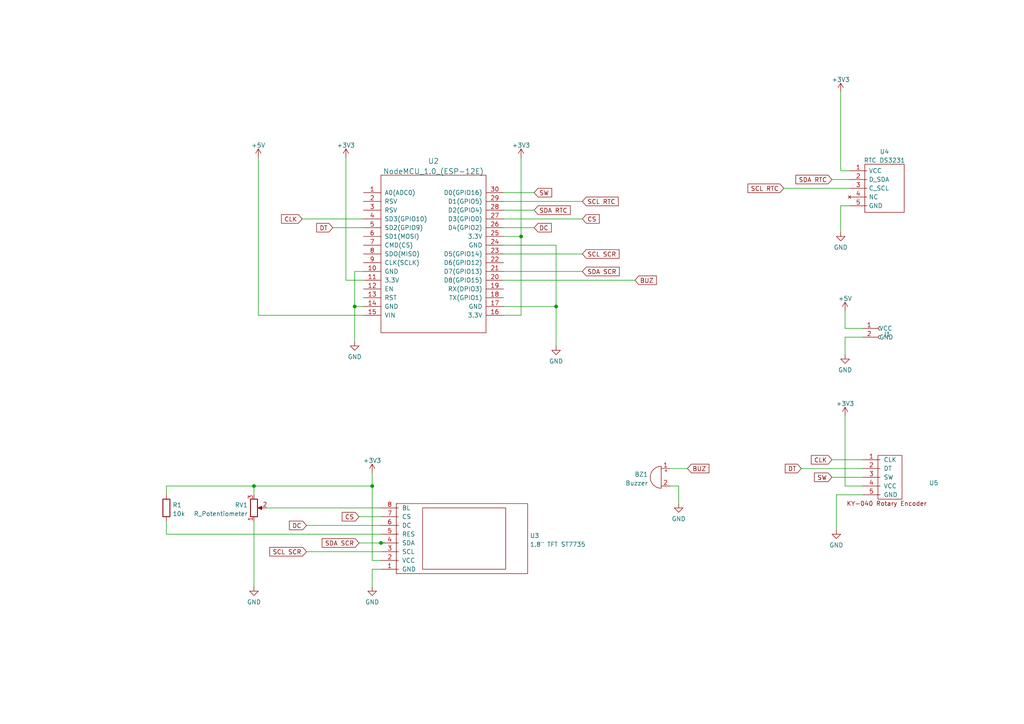
<source format=kicad_sch>
(kicad_sch (version 20211123) (generator eeschema)
  (paper "A4")
  (lib_symbols
    (symbol "Device:Buzzer" (pin_names (offset 0.0254) hide)
      (property "Reference" "BZ" (at 3.81 1.27 0))
      (property "Value" "Buzzer" (at 3.81 -1.27 0))
      (symbol "Buzzer_0_1"
        (arc (start 0 -3.175) (mid 3.175 0) (end 0 3.175))
        (polyline (pts (xy -1.651 1.905) (xy -1.143 1.905)))
        (polyline (pts (xy -1.397 2.159) (xy -1.397 1.651)))
        (polyline (pts (xy 0 3.175) (xy 0 -3.175)))
      )
      (symbol "Buzzer_1_1"
        (pin passive line (at -2.54 2.54 0) (length 2.54) (name "-") (number "1"))
        (pin passive line (at -2.54 -2.54 0) (length 2.54) (name "+") (number "2"))
      )
    )
    (symbol "Device:R" (pin_numbers hide) (pin_names (offset 0))
      (property "Reference" "R" (at 2.032 0 90))
      (property "Value" "R" (at 0 0 90))
      (symbol "R_0_1"
        (rectangle (start -1.016 -2.54) (end 1.016 2.54) (stroke (width 0.254)))
      )
      (symbol "R_1_1"
        (pin passive line (at 0 3.81 270) (length 1.27) (name "~") (number "1"))
        (pin passive line (at 0 -3.81 90) (length 1.27) (name "~") (number "2"))
      )
    )
    (symbol "Device:R_Potentiometer" (pin_names (offset 1.016) hide)
      (property "Reference" "RV" (at -4.445 0 90))
      (property "Value" "R_Potentiometer" (at -2.54 0 90))
      (symbol "R_Potentiometer_0_1"
        (polyline (pts (xy 2.54 0) (xy 1.524 0)))
        (polyline (pts (xy 1.143 0) (xy 2.286 0.508) (xy 2.286 -0.508) (xy 1.143 0)) (fill (type outline)))
        (rectangle (start 1.016 2.54) (end -1.016 -2.54) (stroke (width 0.254)))
      )
      (symbol "R_Potentiometer_1_1"
        (pin passive line (at 0 3.81 270) (length 1.27) (name "1") (number "1"))
        (pin passive line (at 3.81 0 180) (length 1.27) (name "2") (number "2"))
        (pin passive line (at 0 -3.81 90) (length 1.27) (name "3") (number "3"))
      )
    )
    (symbol "My_ESP8266:NodeMCU_1.0_(ESP-12E)" (pin_names (offset 1.016))
      (property "Reference" "U" (at 0 21.59 0))
      (property "Value" "NodeMCU_1.0_(ESP-12E)" (at 0 -21.59 0))
      (symbol "NodeMCU_1.0_(ESP-12E)_0_1"
        (rectangle (start -15.24 -22.86) (end 15.24 22.86))
      )
      (symbol "NodeMCU_1.0_(ESP-12E)_1_1"
        (pin input line (at -20.32 17.78 0) (length 5.08) (name "A0(ADC0)") (number "1"))
        (pin input line (at -20.32 -5.08 0) (length 5.08) (name "GND") (number "10"))
        (pin power_out line (at -20.32 -7.62 0) (length 5.08) (name "3.3V") (number "11"))
        (pin input line (at -20.32 -10.16 0) (length 5.08) (name "EN") (number "12"))
        (pin input line (at -20.32 -12.7 0) (length 5.08) (name "RST") (number "13"))
        (pin power_in line (at -20.32 -15.24 0) (length 5.08) (name "GND") (number "14"))
        (pin power_in line (at -20.32 -17.78 0) (length 5.08) (name "VIN") (number "15"))
        (pin power_out line (at 20.32 -17.78 180) (length 5.08) (name "3.3V") (number "16"))
        (pin power_in line (at 20.32 -15.24 180) (length 5.08) (name "GND") (number "17"))
        (pin bidirectional line (at 20.32 -12.7 180) (length 5.08) (name "TX(GPIO1)") (number "18"))
        (pin bidirectional line (at 20.32 -10.16 180) (length 5.08) (name "RX(DPIO3)") (number "19"))
        (pin input line (at -20.32 15.24 0) (length 5.08) (name "RSV") (number "2"))
        (pin bidirectional line (at 20.32 -7.62 180) (length 5.08) (name "D8(GPIO15)") (number "20"))
        (pin bidirectional line (at 20.32 -5.08 180) (length 5.08) (name "D7(GPIO13)") (number "21"))
        (pin bidirectional line (at 20.32 -2.54 180) (length 5.08) (name "D6(GPIO12)") (number "22"))
        (pin bidirectional line (at 20.32 0 180) (length 5.08) (name "D5(GPIO14)") (number "23"))
        (pin power_in line (at 20.32 2.54 180) (length 5.08) (name "GND") (number "24"))
        (pin power_out line (at 20.32 5.08 180) (length 5.08) (name "3.3V") (number "25"))
        (pin bidirectional line (at 20.32 7.62 180) (length 5.08) (name "D4(GPIO2)") (number "26"))
        (pin bidirectional line (at 20.32 10.16 180) (length 5.08) (name "D3(GPIO0)") (number "27"))
        (pin bidirectional line (at 20.32 12.7 180) (length 5.08) (name "D2(GPIO4)") (number "28"))
        (pin bidirectional line (at 20.32 15.24 180) (length 5.08) (name "D1(GPIO5)") (number "29"))
        (pin input line (at -20.32 12.7 0) (length 5.08) (name "RSV") (number "3"))
        (pin bidirectional line (at 20.32 17.78 180) (length 5.08) (name "D0(GPIO16)") (number "30"))
        (pin bidirectional line (at -20.32 10.16 0) (length 5.08) (name "SD3(GPIO10)") (number "4"))
        (pin bidirectional line (at -20.32 7.62 0) (length 5.08) (name "SD2(GPIO9)") (number "5"))
        (pin bidirectional line (at -20.32 5.08 0) (length 5.08) (name "SD1(MOSI)") (number "6"))
        (pin bidirectional line (at -20.32 2.54 0) (length 5.08) (name "CMD(CS)") (number "7"))
        (pin bidirectional line (at -20.32 0 0) (length 5.08) (name "SDO(MISO)") (number "8"))
        (pin bidirectional line (at -20.32 -2.54 0) (length 5.08) (name "CLK(SCLK)") (number "9"))
      )
    )
    (symbol "My_Headers:2-pin_power_input_header" (pin_names (offset 1.016))
      (property "Reference" "J" (at 0 2.54 0))
      (symbol "2-pin_power_input_header_1_1"
        (arc (start 0 -2.032) (mid -0.508 -2.54) (end 0 -3.048) (stroke (width 0.1524)))
        (polyline (pts (xy -1.27 -2.54) (xy -0.508 -2.54)) (stroke (width 0.1524)))
        (polyline (pts (xy -1.27 0) (xy -0.508 0)) (stroke (width 0.1524)))
        (arc (start 0 0.508) (mid -0.508 0) (end 0 -0.508) (stroke (width 0.1524)))
        (pin power_out line (at -5.08 0 0) (length 3.81) (name "VCC") (number "1"))
        (pin power_out line (at -5.08 -2.54 0) (length 3.81) (name "GND") (number "2"))
      )
    )
    (symbol "My_Parts:DS3231_RTC_module"
      (property "Reference" "U" (at 5.715 3.175 0))
      (property "Value" "DS3231_RTC_module" (at 8.89 -13.335 0))
      (symbol "DS3231_RTC_module_0_1"
        (polyline (pts (xy 4.445 1.905) (xy 4.445 -12.065) (xy 15.875 -12.065) (xy 15.875 1.905) (xy 4.445 1.905)) (stroke (width 0.1524)))
      )
      (symbol "DS3231_RTC_module_1_1"
        (pin power_in line (at 0 -10.16 0) (length 5.08) (name "VCC") (number "1"))
        (pin bidirectional line (at 0 -7.62 0) (length 5.08) (name "D_SDA") (number "2"))
        (pin bidirectional line (at 0 -5.08 0) (length 5.08) (name "C_SCL") (number "3"))
        (pin no_connect line (at 0 -2.54 0) (length 5.08) (name "NC") (number "4"))
        (pin power_in line (at 0 0 0) (length 5.08) (name "GND") (number "5"))
      )
    )
    (symbol "My_Parts:KY-040_Rotary_Encoder" (pin_names (offset 1.016))
      (property "Reference" "U" (at 0.635 2.54 0))
      (symbol "KY-040_Rotary_Encoder_0_0"
        (text "KY-040 Rotary Encoder" (at 1.905 -12.7 0) (effects (font (size 1.27 1.27))))
      )
      (symbol "KY-040_Rotary_Encoder_0_1"
        (rectangle (start -0.635 -11.43) (end 6.35 1.27))
      )
      (symbol "KY-040_Rotary_Encoder_1_1"
        (pin output line (at -5.08 0 0) (length 5.08) (name "CLK") (number "1"))
        (pin output line (at -5.08 -2.54 0) (length 5.08) (name "DT") (number "2"))
        (pin output line (at -5.08 -5.08 0) (length 5.08) (name "SW") (number "3"))
        (pin power_in line (at -5.08 -7.62 0) (length 5.08) (name "VCC") (number "4"))
        (pin power_in line (at -5.08 -10.16 0) (length 5.08) (name "GND") (number "5"))
      )
    )
    (symbol "My_Parts:ST7735_1.8{dblquote}_TFT_128x160" (pin_names (offset 1.016))
      (property "Reference" "U" (at 6.35 3.175 0))
      (property "Value" "ST7735_1.8{dblquote}_TFT_128x160" (at 24.13 -20.955 0))
      (symbol "ST7735_1.8{dblquote}_TFT_128x160_0_1"
        (rectangle (start 4.445 1.27) (end 42.545 -19.05))
        (rectangle (start 12.065 0) (end 36.195 -17.78))
      )
      (symbol "ST7735_1.8{dblquote}_TFT_128x160_1_1"
        (pin power_in line (at 0 -17.78 0) (length 5.08) (name "GND") (number "1"))
        (pin power_in line (at 0 -15.24 0) (length 5.08) (name "VCC") (number "2"))
        (pin input line (at 0 -12.7 0) (length 5.08) (name "SCL") (number "3"))
        (pin input line (at 0 -10.16 0) (length 5.08) (name "SDA") (number "4"))
        (pin input line (at 0 -7.62 0) (length 5.08) (name "RES") (number "5"))
        (pin input line (at 0 -5.08 0) (length 5.08) (name "DC") (number "6"))
        (pin input line (at 0 -2.54 0) (length 5.08) (name "CS") (number "7"))
        (pin input line (at 0 0 0) (length 5.08) (name "BL") (number "8"))
      )
    )
    (symbol "power:+3.3V" (power) (pin_names (offset 0))
      (property "Value" "+3.3V" (at 0 3.556 0))
      (symbol "+3.3V_0_1"
        (polyline (pts (xy -0.762 1.27) (xy 0 2.54)))
        (polyline (pts (xy 0 0) (xy 0 2.54)))
        (polyline (pts (xy 0 2.54) (xy 0.762 1.27)))
      )
      (symbol "+3.3V_1_1"
        (pin power_in line (at 0 0 90) (length 0) hide (name "+3V3") (number "1"))
      )
    )
    (symbol "power:+5V" (power) (pin_names (offset 0))
      (property "Value" "+5V" (at 0 3.556 0))
      (symbol "+5V_0_1"
        (polyline (pts (xy -0.762 1.27) (xy 0 2.54)))
        (polyline (pts (xy 0 0) (xy 0 2.54)))
        (polyline (pts (xy 0 2.54) (xy 0.762 1.27)))
      )
      (symbol "+5V_1_1"
        (pin power_in line (at 0 0 90) (length 0) hide (name "+5V") (number "1"))
      )
    )
    (symbol "power:GND" (power) (pin_names (offset 0))
      (property "Value" "GND" (at 0 -3.81 0))
      (symbol "GND_0_1"
        (polyline (pts (xy 0 0) (xy 0 -1.27) (xy 1.27 -1.27) (xy 0 -2.54) (xy -1.27 -1.27) (xy 0 -1.27)))
      )
      (symbol "GND_1_1"
        (pin power_in line (at 0 0 270) (length 0) hide (name "GND") (number "1"))
      )
    )
  )
  (junction (at 107.95 140.97))
  (junction (at 73.66 140.97))
  (junction (at 161.29 88.9))
  (junction (at 102.87 88.9))
  (junction (at 110.49 157.48))
  (junction (at 151.13 68.58))
  (wire (pts (xy 146.05 71.12) (xy 161.29 71.12)))
  (wire (pts (xy 250.19 95.25) (xy 245.11 95.25)))
  (wire (pts (xy 250.19 97.79) (xy 245.11 97.79)))
  (wire (pts (xy 100.33 81.28) (xy 100.33 45.72)))
  (wire (pts (xy 196.85 140.97) (xy 194.31 140.97)))
  (wire (pts (xy 146.05 88.9) (xy 161.29 88.9)))
  (wire (pts (xy 105.41 91.44) (xy 74.93 91.44)))
  (wire (pts (xy 241.3 138.43) (xy 250.19 138.43)))
  (wire (pts (xy 196.85 146.05) (xy 196.85 140.97)))
  (wire (pts (xy 241.3 133.35) (xy 250.19 133.35)))
  (wire (pts (xy 104.14 149.86) (xy 110.49 149.86)))
  (wire (pts (xy 243.84 49.53) (xy 243.84 26.67)))
  (wire (pts (xy 88.9 152.4) (xy 110.49 152.4)))
  (wire (pts (xy 146.05 55.88) (xy 154.94 55.88)))
  (wire (pts (xy 48.26 154.94) (xy 110.49 154.94)))
  (wire (pts (xy 250.19 143.51) (xy 242.57 143.51)))
  (wire (pts (xy 96.52 66.04) (xy 105.41 66.04)))
  (wire (pts (xy 146.05 63.5) (xy 168.91 63.5)))
  (wire (pts (xy 48.26 143.51) (xy 48.26 140.97)))
  (wire (pts (xy 102.87 88.9) (xy 105.41 88.9)))
  (wire (pts (xy 250.19 140.97) (xy 245.11 140.97)))
  (wire (pts (xy 104.14 157.48) (xy 110.49 157.48)))
  (wire (pts (xy 107.95 165.1) (xy 107.95 170.18)))
  (wire (pts (xy 110.49 157.48) (xy 111.76 157.48)))
  (wire (pts (xy 110.49 165.1) (xy 107.95 165.1)))
  (wire (pts (xy 73.66 143.51) (xy 73.66 140.97)))
  (wire (pts (xy 243.84 67.31) (xy 243.84 59.69)))
  (wire (pts (xy 146.05 68.58) (xy 151.13 68.58)))
  (wire (pts (xy 73.66 151.13) (xy 73.66 170.18)))
  (wire (pts (xy 107.95 140.97) (xy 107.95 137.16)))
  (wire (pts (xy 227.33 54.61) (xy 246.38 54.61)))
  (wire (pts (xy 146.05 78.74) (xy 168.91 78.74)))
  (wire (pts (xy 87.63 63.5) (xy 105.41 63.5)))
  (wire (pts (xy 146.05 73.66) (xy 168.91 73.66)))
  (wire (pts (xy 146.05 58.42) (xy 168.91 58.42)))
  (wire (pts (xy 161.29 71.12) (xy 161.29 88.9)))
  (wire (pts (xy 107.95 162.56) (xy 107.95 140.97)))
  (wire (pts (xy 73.66 140.97) (xy 107.95 140.97)))
  (wire (pts (xy 146.05 66.04) (xy 154.94 66.04)))
  (wire (pts (xy 102.87 78.74) (xy 102.87 88.9)))
  (wire (pts (xy 245.11 97.79) (xy 245.11 102.87)))
  (wire (pts (xy 146.05 81.28) (xy 184.15 81.28)))
  (wire (pts (xy 161.29 88.9) (xy 161.29 100.33)))
  (wire (pts (xy 241.3 52.07) (xy 246.38 52.07)))
  (wire (pts (xy 110.49 162.56) (xy 107.95 162.56)))
  (wire (pts (xy 242.57 143.51) (xy 242.57 153.67)))
  (wire (pts (xy 194.31 135.89) (xy 199.39 135.89)))
  (wire (pts (xy 105.41 78.74) (xy 102.87 78.74)))
  (wire (pts (xy 245.11 95.25) (xy 245.11 90.17)))
  (wire (pts (xy 146.05 60.96) (xy 154.94 60.96)))
  (wire (pts (xy 146.05 91.44) (xy 151.13 91.44)))
  (wire (pts (xy 77.47 147.32) (xy 110.49 147.32)))
  (wire (pts (xy 105.41 81.28) (xy 100.33 81.28)))
  (wire (pts (xy 232.41 135.89) (xy 250.19 135.89)))
  (wire (pts (xy 74.93 45.72) (xy 74.93 91.44)))
  (wire (pts (xy 245.11 140.97) (xy 245.11 120.65)))
  (wire (pts (xy 151.13 68.58) (xy 151.13 45.72)))
  (wire (pts (xy 151.13 91.44) (xy 151.13 68.58)))
  (wire (pts (xy 243.84 59.69) (xy 246.38 59.69)))
  (wire (pts (xy 48.26 154.94) (xy 48.26 151.13)))
  (wire (pts (xy 48.26 140.97) (xy 73.66 140.97)))
  (wire (pts (xy 102.87 99.06) (xy 102.87 88.9)))
  (wire (pts (xy 243.84 49.53) (xy 246.38 49.53)))
  (wire (pts (xy 88.9 160.02) (xy 110.49 160.02)))
  (global_label "DC" (shape input) (at 88.9 152.4 180) (property "Intersheet References" "${INTERSHEET_REFS}" (effects hide)))
  (global_label "DT" (shape input) (at 232.41 135.89 180) (property "Intersheet References" "${INTERSHEET_REFS}" (effects hide)))
  (global_label "SCL SCR" (shape input) (at 168.91 73.66 0) (property "Intersheet References" "${INTERSHEET_REFS}" (effects hide)))
  (global_label "SDA SCR" (shape input) (at 104.14 157.48 180) (property "Intersheet References" "${INTERSHEET_REFS}" (effects hide)))
  (global_label "SDA SCR" (shape input) (at 168.91 78.74 0) (property "Intersheet References" "${INTERSHEET_REFS}" (effects hide)))
  (global_label "SW" (shape input) (at 241.3 138.43 180) (property "Intersheet References" "${INTERSHEET_REFS}" (effects hide)))
  (global_label "BUZ" (shape input) (at 184.15 81.28 0) (property "Intersheet References" "${INTERSHEET_REFS}" (effects hide)))
  (global_label "CLK" (shape input) (at 87.63 63.5 180) (property "Intersheet References" "${INTERSHEET_REFS}" (effects hide)))
  (global_label "BUZ" (shape input) (at 199.39 135.89 0) (property "Intersheet References" "${INTERSHEET_REFS}" (effects hide)))
  (global_label "CS" (shape input) (at 104.14 149.86 180) (property "Intersheet References" "${INTERSHEET_REFS}" (effects hide)))
  (global_label "SCL RTC" (shape input) (at 227.33 54.61 180) (property "Intersheet References" "${INTERSHEET_REFS}" (effects hide)))
  (global_label "DT" (shape input) (at 96.52 66.04 180) (property "Intersheet References" "${INTERSHEET_REFS}" (effects hide)))
  (global_label "CS" (shape input) (at 168.91 63.5 0) (property "Intersheet References" "${INTERSHEET_REFS}" (effects hide)))
  (global_label "SCL SCR" (shape input) (at 88.9 160.02 180) (property "Intersheet References" "${INTERSHEET_REFS}" (effects hide)))
  (global_label "SCL RTC" (shape input) (at 168.91 58.42 0) (property "Intersheet References" "${INTERSHEET_REFS}" (effects hide)))
  (global_label "CLK" (shape input) (at 241.3 133.35 180) (property "Intersheet References" "${INTERSHEET_REFS}" (effects hide)))
  (global_label "DC" (shape input) (at 154.94 66.04 0) (property "Intersheet References" "${INTERSHEET_REFS}" (effects hide)))
  (global_label "SW" (shape input) (at 154.94 55.88 0) (property "Intersheet References" "${INTERSHEET_REFS}" (effects hide)))
  (global_label "SDA RTC" (shape input) (at 154.94 60.96 0) (property "Intersheet References" "${INTERSHEET_REFS}" (effects hide)))
  (global_label "SDA RTC" (shape input) (at 241.3 52.07 180) (property "Intersheet References" "${INTERSHEET_REFS}" (effects hide)))
  (symbol (lib_id "power:+3.3V") (at 100.33 45.72 0) (unit 1)
    (property "Reference" "#PWR0106" (effects hide))
    (property "Value" "+3.3V" (at 100.33 42.1442 0))
  )
  (symbol (lib_id "Device:R") (at 48.26 147.32 0) (unit 1)
    (property "Reference" "R1" (at 50.038 146.4853 0) (effects (justify left)))
    (property "Value" "10k" (at 50.038 149.0222 0) (effects (justify left)))
    (property "Footprint" "My_Misc:R_Axial_DIN0207_L6.3mm_D2.5mm_P10.16mm_Horizontal_larger_pads" (effects hide))
  )
  (symbol (lib_id "My_ESP8266:NodeMCU_1.0_(ESP-12E)") (at 125.73 73.66 0) (unit 1)
    (property "Reference" "U2" (at 125.73 46.7159 0) (effects (font (size 1.524 1.524))))
    (property "Value" "NodeMCU_1.0_(ESP-12E)" (at 125.73 49.7093 0) (effects (font (size 1.524 1.524))))
    (property "Footprint" "My_ESP8266:NodeMCU-LoLinV3_w_pinsockets_large" (effects hide))
  )
  (symbol (lib_id "My_Parts:ST7735_1.8{dblquote}_TFT_128x160") (at 110.49 147.32 0) (unit 1)
    (property "Reference" "U3" (at 153.67 155.3753 0) (effects (justify left)))
    (property "Value" "1.8\" TFT ST7735" (at 153.67 157.9122 0) (effects (justify left)))
    (property "Footprint" "My_Parts:ST7735_1.8_TFT_display_128x160_large" (effects hide))
  )
  (symbol (lib_id "Device:R_Potentiometer") (at 73.66 147.32 0) (mirror x) (unit 1)
    (property "Reference" "RV1" (at 71.8821 146.4853 0) (effects (justify right)))
    (property "Value" "R_Potentiometer" (at 71.8821 149.0222 0) (effects (justify right)))
    (property "Footprint" "My_Misc:Potentiometer_Bourns_3339P_Vertical_large" (effects hide))
  )
  (symbol (lib_id "power:GND") (at 196.85 146.05 0) (mirror y) (unit 1)
    (property "Reference" "#PWR0114" (effects hide))
    (property "Value" "GND" (at 196.85 150.4934 0))
  )
  (symbol (lib_id "power:GND") (at 73.66 170.18 0) (unit 1)
    (property "Reference" "#PWR0113" (effects hide))
    (property "Value" "GND" (at 73.66 174.6234 0))
  )
  (symbol (lib_id "Device:Buzzer") (at 191.77 138.43 0) (mirror y) (unit 1)
    (property "Reference" "BZ1" (at 187.96 137.5953 0) (effects (justify left)))
    (property "Value" "Buzzer" (at 187.96 140.1322 0) (effects (justify left)))
    (property "Footprint" "My_Misc:Buzzer_TDK_PS1240P02BT_D12.2mm_H6.5mm_large" (effects hide))
  )
  (symbol (lib_id "My_Parts:KY-040_Rotary_Encoder") (at 255.27 133.35 0) (unit 1)
    (property "Reference" "U5" (at 269.4403 140.0695 0) (effects (justify left)))
    (property "Value" "KY-040_Rotary_Encoder" (effects hide))
    (property "Footprint" "My_Parts:KY-040_rotary_encoder module_w_header_large" (effects hide))
  )
  (symbol (lib_id "power:GND") (at 161.29 100.33 0) (unit 1)
    (property "Reference" "#PWR0112" (effects hide))
    (property "Value" "GND" (at 161.29 104.7734 0))
  )
  (symbol (lib_id "power:GND") (at 242.57 153.67 0) (unit 1)
    (property "Reference" "#PWR0116" (effects hide))
    (property "Value" "GND" (at 242.57 158.1134 0))
  )
  (symbol (lib_id "power:+3.3V") (at 107.95 137.16 0) (unit 1)
    (property "Reference" "#PWR0101" (effects hide))
    (property "Value" "+3.3V" (at 107.95 133.5842 0))
  )
  (symbol (lib_id "power:+3.3V") (at 245.11 120.65 0) (unit 1)
    (property "Reference" "#PWR0115" (effects hide))
    (property "Value" "+3.3V" (at 245.11 117.0742 0))
  )
  (symbol (lib_id "power:+3.3V") (at 151.13 45.72 0) (unit 1)
    (property "Reference" "#PWR0111" (effects hide))
    (property "Value" "+3.3V" (at 151.13 42.1442 0))
  )
  (symbol (lib_id "power:GND") (at 245.11 102.87 0) (unit 1)
    (property "Reference" "#PWR0108" (effects hide))
    (property "Value" "GND" (at 245.11 107.3134 0))
  )
  (symbol (lib_id "power:+3.3V") (at 243.84 26.67 0) (unit 1)
    (property "Reference" "#PWR0104" (effects hide))
    (property "Value" "+3.3V" (at 243.84 23.0942 0))
  )
  (symbol (lib_id "power:GND") (at 107.95 170.18 0) (unit 1)
    (property "Reference" "#PWR0103" (effects hide))
    (property "Value" "GND" (at 107.95 174.6234 0))
  )
  (symbol (lib_id "power:GND") (at 243.84 67.31 0) (unit 1)
    (property "Reference" "#PWR0102" (effects hide))
    (property "Value" "GND" (at 243.84 71.7534 0))
  )
  (symbol (lib_id "My_Headers:2-pin_power_input_header") (at 255.27 95.25 0) (unit 1)
    (property "Reference" "J1" (at 255.9812 96.9538 0) (effects (justify left)))
    (property "Value" "2-pin_power_input_header" (effects hide))
    (property "Footprint" "My_Headers:2-pin_power_input_header_larger_pads" (effects hide))
  )
  (symbol (lib_id "power:+5V") (at 245.11 90.17 0) (unit 1)
    (property "Reference" "#PWR0107" (effects hide))
    (property "Value" "+5V" (at 245.11 86.5942 0))
  )
  (symbol (lib_id "power:GND") (at 102.87 99.06 0) (unit 1)
    (property "Reference" "#PWR0109" (effects hide))
    (property "Value" "GND" (at 102.87 103.5034 0))
  )
  (symbol (lib_id "My_Parts:DS3231_RTC_module") (at 246.38 59.69 0) (mirror x) (unit 1)
    (property "Reference" "U4" (at 256.54 43.976 0))
    (property "Value" "RTC DS3231" (at 256.54 46.5129 0))
    (property "Footprint" "My_Parts:DS3231_RTC_module_large" (effects hide))
  )
  (symbol (lib_id "power:+5V") (at 74.93 45.72 0) (unit 1)
    (property "Reference" "#PWR0105" (effects hide))
    (property "Value" "+5V" (at 74.93 42.1442 0))
  )
)
</source>
